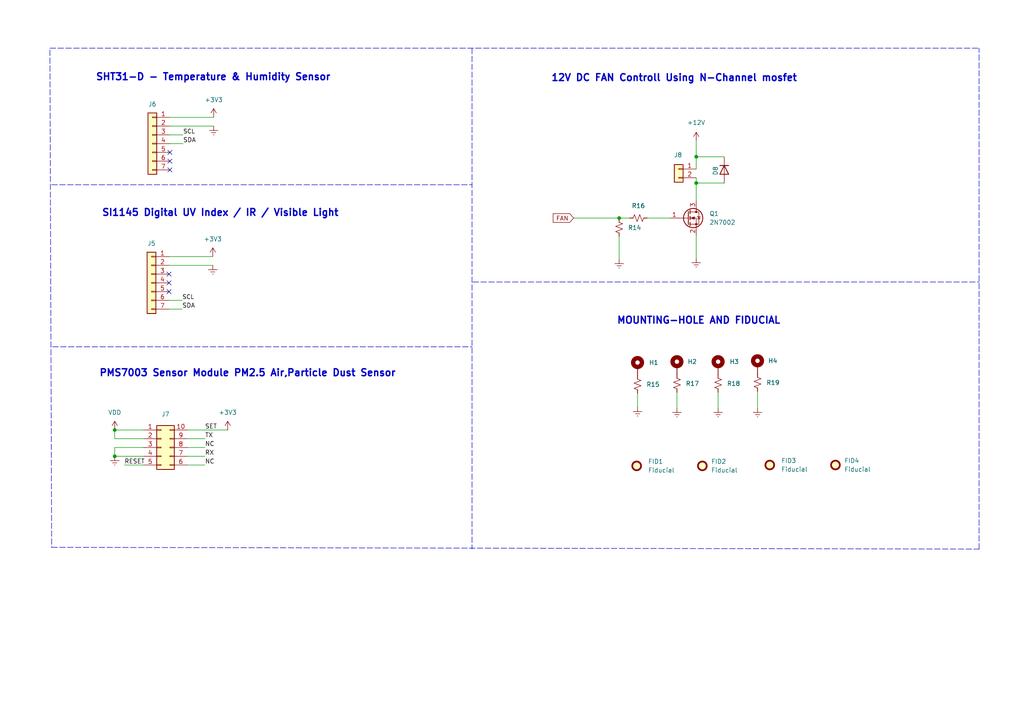
<source format=kicad_sch>
(kicad_sch (version 20210621) (generator eeschema)
  (paper "A4")
  (title_block (title "Sensor") (date "2022-08-23") (rev "V1.0"))
  (lib_symbols
    (symbol "Connector_Generic:Conn_01x02" (pin_names (offset 1.016) hide)
      (property "Reference" "J" (at 0 2.54 0))
      (property "Value" "Conn_01x02" (at 0 -5.08 0))
      (symbol "Conn_01x02_1_1"
        (rectangle (start -1.27 -2.413) (end 0 -2.667) (stroke (width 0.1524)))
        (rectangle (start -1.27 0.127) (end 0 -0.127) (stroke (width 0.1524)))
        (rectangle (start -1.27 1.27) (end 1.27 -3.81) (stroke (width 0.254)) (fill (type background)))
        (pin passive line (at -5.08 0 0) (length 3.81) (name "Pin_1") (number "1"))
        (pin passive line (at -5.08 -2.54 0) (length 3.81) (name "Pin_2") (number "2"))
      )
    )
    (symbol "Connector_Generic:Conn_01x07" (pin_names (offset 1.016) hide)
      (property "Reference" "J" (at 0 10.16 0))
      (property "Value" "Conn_01x07" (at 0 -10.16 0))
      (symbol "Conn_01x07_1_1"
        (rectangle (start -1.27 -7.493) (end 0 -7.747) (stroke (width 0.1524)))
        (rectangle (start -1.27 -4.953) (end 0 -5.207) (stroke (width 0.1524)))
        (rectangle (start -1.27 -2.413) (end 0 -2.667) (stroke (width 0.1524)))
        (rectangle (start -1.27 0.127) (end 0 -0.127) (stroke (width 0.1524)))
        (rectangle (start -1.27 2.667) (end 0 2.413) (stroke (width 0.1524)))
        (rectangle (start -1.27 5.207) (end 0 4.953) (stroke (width 0.1524)))
        (rectangle (start -1.27 7.747) (end 0 7.493) (stroke (width 0.1524)))
        (rectangle (start -1.27 8.89) (end 1.27 -8.89) (stroke (width 0.254)) (fill (type background)))
        (pin passive line (at -5.08 7.62 0) (length 3.81) (name "Pin_1") (number "1"))
        (pin passive line (at -5.08 5.08 0) (length 3.81) (name "Pin_2") (number "2"))
        (pin passive line (at -5.08 2.54 0) (length 3.81) (name "Pin_3") (number "3"))
        (pin passive line (at -5.08 0 0) (length 3.81) (name "Pin_4") (number "4"))
        (pin passive line (at -5.08 -2.54 0) (length 3.81) (name "Pin_5") (number "5"))
        (pin passive line (at -5.08 -5.08 0) (length 3.81) (name "Pin_6") (number "6"))
        (pin passive line (at -5.08 -7.62 0) (length 3.81) (name "Pin_7") (number "7"))
      )
    )
    (symbol "Connector_Generic:Conn_02x05_Counter_Clockwise" (pin_names (offset 1.016) hide)
      (property "Reference" "J" (at 1.27 7.62 0))
      (property "Value" "Conn_02x05_Counter_Clockwise" (at 1.27 -7.62 0))
      (symbol "Conn_02x05_Counter_Clockwise_1_1"
        (rectangle (start -1.27 -4.953) (end 0 -5.207) (stroke (width 0.1524)))
        (rectangle (start -1.27 -2.413) (end 0 -2.667) (stroke (width 0.1524)))
        (rectangle (start -1.27 0.127) (end 0 -0.127) (stroke (width 0.1524)))
        (rectangle (start -1.27 2.667) (end 0 2.413) (stroke (width 0.1524)))
        (rectangle (start -1.27 5.207) (end 0 4.953) (stroke (width 0.1524)))
        (rectangle (start -1.27 6.35) (end 3.81 -6.35) (stroke (width 0.254)) (fill (type background)))
        (rectangle (start 3.81 -4.953) (end 2.54 -5.207) (stroke (width 0.1524)))
        (rectangle (start 3.81 -2.413) (end 2.54 -2.667) (stroke (width 0.1524)))
        (rectangle (start 3.81 0.127) (end 2.54 -0.127) (stroke (width 0.1524)))
        (rectangle (start 3.81 2.667) (end 2.54 2.413) (stroke (width 0.1524)))
        (rectangle (start 3.81 5.207) (end 2.54 4.953) (stroke (width 0.1524)))
        (pin passive line (at -5.08 5.08 0) (length 3.81) (name "Pin_1") (number "1"))
        (pin passive line (at 7.62 5.08 180) (length 3.81) (name "Pin_10") (number "10"))
        (pin passive line (at -5.08 2.54 0) (length 3.81) (name "Pin_2") (number "2"))
        (pin passive line (at -5.08 0 0) (length 3.81) (name "Pin_3") (number "3"))
        (pin passive line (at -5.08 -2.54 0) (length 3.81) (name "Pin_4") (number "4"))
        (pin passive line (at -5.08 -5.08 0) (length 3.81) (name "Pin_5") (number "5"))
        (pin passive line (at 7.62 -5.08 180) (length 3.81) (name "Pin_6") (number "6"))
        (pin passive line (at 7.62 -2.54 180) (length 3.81) (name "Pin_7") (number "7"))
        (pin passive line (at 7.62 0 180) (length 3.81) (name "Pin_8") (number "8"))
        (pin passive line (at 7.62 2.54 180) (length 3.81) (name "Pin_9") (number "9"))
      )
    )
    (symbol "Device:R_Small_US" (pin_numbers hide) (pin_names (offset 0.254) hide)
      (property "Reference" "R" (at 0.762 0.508 0))
      (property "Value" "R_Small_US" (at 0.762 -1.016 0))
      (symbol "R_Small_US_1_1"
        (polyline (pts (xy 0 0) (xy 1.016 -0.381) (xy 0 -0.762) (xy -1.016 -1.143) (xy 0 -1.524)))
        (polyline (pts (xy 0 1.524) (xy 1.016 1.143) (xy 0 0.762) (xy -1.016 0.381) (xy 0 0)))
        (pin passive line (at 0 2.54 270) (length 1.016) (name "~") (number "1"))
        (pin passive line (at 0 -2.54 90) (length 1.016) (name "~") (number "2"))
      )
    )
    (symbol "Mechanical:Fiducial"
      (property "Reference" "FID" (at 0 5.08 0))
      (property "Value" "Fiducial" (at 0 3.175 0))
      (symbol "Fiducial_0_1"
        (circle (center 0 0) (radius 1.27) (stroke (width 0.508)) (fill (type background)))
      )
    )
    (symbol "Mechanical:MountingHole_Pad" (pin_numbers hide) (pin_names (offset 1.016) hide)
      (property "Reference" "H" (at 0 6.35 0))
      (property "Value" "MountingHole_Pad" (at 0 4.445 0))
      (symbol "MountingHole_Pad_0_1"
        (circle (center 0 1.27) (radius 1.27) (stroke (width 1.27)))
      )
      (symbol "MountingHole_Pad_1_1"
        (pin input line (at 0 -2.54 90) (length 2.54) (name "1") (number "1"))
      )
    )
    (symbol "Simulation_SPICE:DIODE" (pin_numbers hide) (pin_names (offset 1.016) hide)
      (property "Reference" "D" (at 0 2.54 0))
      (property "Value" "DIODE" (at 0 -2.54 0))
      (symbol "DIODE_0_1"
        (polyline (pts (xy 1.27 0) (xy -1.27 0)))
        (polyline (pts (xy 1.27 1.27) (xy 1.27 -1.27)) (stroke (width 0.254)))
        (polyline (pts (xy -1.27 -1.27) (xy -1.27 1.27) (xy 1.27 0) (xy -1.27 -1.27)) (stroke (width 0.254)))
      )
      (symbol "DIODE_1_1"
        (pin passive line (at -3.81 0 0) (length 2.54) (name "A") (number "1"))
        (pin passive line (at 3.81 0 180) (length 2.54) (name "K") (number "2"))
      )
    )
    (symbol "Transistor_FET:2N7002" (pin_names hide)
      (property "Reference" "Q" (at 5.08 1.905 0))
      (property "Value" "2N7002" (at 5.08 0 0))
      (symbol "2N7002_0_1"
        (polyline (pts (xy 0.254 0) (xy -2.54 0)))
        (polyline (pts (xy 0.254 1.905) (xy 0.254 -1.905)) (stroke (width 0.254)))
        (polyline (pts (xy 0.762 -1.27) (xy 0.762 -2.286)) (stroke (width 0.254)))
        (polyline (pts (xy 0.762 0.508) (xy 0.762 -0.508)) (stroke (width 0.254)))
        (polyline (pts (xy 0.762 2.286) (xy 0.762 1.27)) (stroke (width 0.254)))
        (polyline (pts (xy 2.54 2.54) (xy 2.54 1.778)))
        (polyline (pts (xy 2.54 -2.54) (xy 2.54 0) (xy 0.762 0)))
        (polyline (pts (xy 0.762 -1.778) (xy 3.302 -1.778) (xy 3.302 1.778) (xy 0.762 1.778)))
        (polyline (pts (xy 1.016 0) (xy 2.032 0.381) (xy 2.032 -0.381) (xy 1.016 0)) (fill (type outline)))
        (polyline (pts (xy 2.794 0.508) (xy 2.921 0.381) (xy 3.683 0.381) (xy 3.81 0.254)))
        (polyline (pts (xy 3.302 0.381) (xy 2.921 -0.254) (xy 3.683 -0.254) (xy 3.302 0.381)))
        (circle (center 1.651 0) (radius 2.794) (stroke (width 0.254)))
        (circle (center 2.54 -1.778) (radius 0.254) (fill (type outline)))
        (circle (center 2.54 1.778) (radius 0.254) (fill (type outline)))
      )
      (symbol "2N7002_1_1"
        (pin input line (at -5.08 0 0) (length 2.54) (name "G") (number "1"))
        (pin passive line (at 2.54 -5.08 90) (length 2.54) (name "S") (number "2"))
        (pin passive line (at 2.54 5.08 270) (length 2.54) (name "D") (number "3"))
      )
    )
    (symbol "power:+12V" (power) (pin_names (offset 0))
      (property "Value" "+12V" (at 0 3.556 0))
      (symbol "+12V_0_1"
        (polyline (pts (xy -0.762 1.27) (xy 0 2.54)))
        (polyline (pts (xy 0 0) (xy 0 2.54)))
        (polyline (pts (xy 0 2.54) (xy 0.762 1.27)))
      )
      (symbol "+12V_1_1"
        (pin power_in line (at 0 0 90) (length 0) hide (name "+12V") (number "1"))
      )
    )
    (symbol "power:+3.3V" (power) (pin_names (offset 0))
      (property "Value" "+3.3V" (at 0 3.556 0))
      (symbol "+3.3V_0_1"
        (polyline (pts (xy -0.762 1.27) (xy 0 2.54)))
        (polyline (pts (xy 0 0) (xy 0 2.54)))
        (polyline (pts (xy 0 2.54) (xy 0.762 1.27)))
      )
      (symbol "+3.3V_1_1"
        (pin power_in line (at 0 0 90) (length 0) hide (name "+3V3") (number "1"))
      )
    )
    (symbol "power:Earth" (power) (pin_names (offset 0))
      (symbol "Earth_0_1"
        (polyline (pts (xy -0.635 -1.905) (xy 0.635 -1.905)))
        (polyline (pts (xy -0.127 -2.54) (xy 0.127 -2.54)))
        (polyline (pts (xy 0 -1.27) (xy 0 0)))
        (polyline (pts (xy 1.27 -1.27) (xy -1.27 -1.27)))
      )
      (symbol "Earth_1_1"
        (pin power_in line (at 0 0 270) (length 0) hide (name "Earth") (number "1"))
      )
    )
    (symbol "power:VDD" (power) (pin_names (offset 0))
      (property "Value" "VDD" (at 0 3.81 0))
      (symbol "VDD_0_1"
        (polyline (pts (xy -0.762 1.27) (xy 0 2.54)))
        (polyline (pts (xy 0 0) (xy 0 2.54)))
        (polyline (pts (xy 0 2.54) (xy 0.762 1.27)))
      )
      (symbol "VDD_1_1"
        (pin power_in line (at 0 0 90) (length 0) hide (name "VDD") (number "1"))
      )
    )
  )
  (junction (at 201.93 53.086))
  (junction (at 33.274 132.334))
  (junction (at 33.274 124.714))
  (junction (at 201.93 45.466))
  (junction (at 179.578 63.246))
  (no_connect (at 49.022 84.582))
  (no_connect (at 49.022 79.502))
  (no_connect (at 49.022 82.042))
  (no_connect (at 49.276 44.196))
  (no_connect (at 49.276 46.736))
  (no_connect (at 49.276 49.276))
  (wire (pts (xy 201.93 74.93) (xy 201.93 68.326)))
  (wire (pts (xy 33.274 129.794) (xy 41.656 129.794)))
  (wire (pts (xy 33.274 132.334) (xy 41.656 132.334)))
  (polyline (pts (xy 137.16 81.788) (xy 283.972 81.788)))
  (wire (pts (xy 33.274 129.794) (xy 33.274 132.334)))
  (wire (pts (xy 49.276 34.036) (xy 61.976 34.036)))
  (wire (pts (xy 33.274 124.714) (xy 41.656 124.714)))
  (polyline (pts (xy 136.906 13.97) (xy 136.906 159.258)))
  (wire (pts (xy 59.436 127.254) (xy 54.356 127.254)))
  (wire (pts (xy 53.086 39.116) (xy 49.276 39.116)))
  (wire (pts (xy 61.722 76.962) (xy 49.022 76.962)))
  (polyline (pts (xy 14.478 14.478) (xy 14.986 158.75)))
  (polyline (pts (xy 14.986 158.75) (xy 283.972 159.258)))
  (polyline (pts (xy 283.972 159.258) (xy 283.972 13.97)))
  (polyline (pts (xy 14.478 13.97) (xy 283.972 13.97)))
  (wire (pts (xy 52.832 89.662) (xy 49.022 89.662)))
  (wire (pts (xy 201.93 49.022) (xy 201.93 45.466)))
  (wire (pts (xy 201.93 45.466) (xy 201.93 40.894)))
  (wire (pts (xy 59.436 132.334) (xy 54.356 132.334)))
  (wire (pts (xy 208.28 118.364) (xy 208.28 113.792)))
  (wire (pts (xy 210.058 53.086) (xy 201.93 53.086)))
  (wire (pts (xy 53.086 41.656) (xy 49.276 41.656)))
  (wire (pts (xy 219.71 118.364) (xy 219.71 113.538)))
  (wire (pts (xy 179.578 75.184) (xy 179.578 68.58)))
  (wire (pts (xy 54.356 124.714) (xy 66.04 124.714)))
  (wire (pts (xy 36.068 134.874) (xy 41.656 134.874)))
  (wire (pts (xy 59.436 129.794) (xy 54.356 129.794)))
  (wire (pts (xy 182.626 63.246) (xy 179.578 63.246)))
  (wire (pts (xy 179.578 63.246) (xy 179.578 63.5)))
  (wire (pts (xy 61.976 36.576) (xy 49.276 36.576)))
  (wire (pts (xy 49.022 74.422) (xy 61.722 74.422)))
  (polyline (pts (xy 15.24 100.584) (xy 136.906 100.584)))
  (wire (pts (xy 201.93 53.086) (xy 201.93 58.166)))
  (wire (pts (xy 201.93 51.562) (xy 201.93 53.086)))
  (wire (pts (xy 184.912 118.11) (xy 184.912 114.046)))
  (wire (pts (xy 52.832 87.122) (xy 49.022 87.122)))
  (wire (pts (xy 33.274 124.714) (xy 33.274 127.254)))
  (wire (pts (xy 179.578 63.246) (xy 166.37 63.246)))
  (polyline (pts (xy 14.986 53.594) (xy 136.906 53.594)))
  (wire (pts (xy 196.342 118.364) (xy 196.342 113.792)))
  (wire (pts (xy 59.436 134.874) (xy 54.356 134.874)))
  (wire (pts (xy 187.706 63.246) (xy 194.31 63.246)))
  (wire (pts (xy 210.058 45.466) (xy 201.93 45.466)))
  (wire (pts (xy 33.274 127.254) (xy 41.656 127.254)))
  (text "PMS7003 Sensor Module PM2.5 Air,Particle Dust Sensor" (at 28.702 109.474 0) (effects (font (size 2 2) bold) (justify left bottom)))
  (text "SHT31-D - Temperature & Humidity Sensor" (at 27.686 23.622 0) (effects (font (size 2 2) (thickness 0.4) bold) (justify left bottom)))
  (text "MOUNTING-HOLE AND FIDUCIAL" (at 178.816 94.234 0) (effects (font (size 2 2) bold) (justify left bottom)))
  (text "SI1145 Digital UV Index / IR / Visible Light" (at 29.464 62.992 0) (effects (font (size 2 2) bold) (justify left bottom)))
  (text "12V DC FAN Controll Using N-Channel mosfet" (at 159.766 23.876 0) (effects (font (size 2 2) (thickness 0.4) bold) (justify left bottom)))
  (label "SDA" (at 52.832 89.662 0))
  (label "NC" (at 59.436 129.794 0))
  (label "SDA" (at 53.086 41.656 0))
  (label "RX" (at 59.436 132.334 0))
  (label "RESET" (at 36.068 134.874 0))
  (label "TX" (at 59.436 127.254 0))
  (label "NC" (at 59.436 134.874 0))
  (label "SET" (at 59.436 124.714 0))
  (label "SCL" (at 53.086 39.116 0) (effects (font (size 1.2 1.2))))
  (label "SCL" (at 52.832 87.122 0) (effects (font (size 1.2 1.2))))
  (global_label "FAN" (shape input) (at 166.37 63.246 180) (property "Intersheet References" "${INTERSHEET_REFS}" (effects hide)))
  (symbol (lib_id "power:Earth") (at 208.28 118.364 0) (unit 1)
    (property "Reference" "#PWR069" (effects hide))
    (property "Value" "Earth" (effects hide))
  )
  (symbol (lib_id "power:+3.3V") (at 66.04 124.714 0) (unit 1)
    (property "Reference" "#PWR063" (effects hide))
    (property "Value" "+3.3V" (at 66.04 119.634 0))
  )
  (symbol (lib_id "Mechanical:Fiducial") (at 184.658 135.128 0) (unit 1)
    (property "Reference" "FID1" (at 187.96 133.8579 0) (effects (justify left)))
    (property "Value" "Fiducial" (at 187.96 136.3979 0) (effects (justify left)))
    (property "Footprint" "Fiducial:Fiducial_0.5mm_Mask1.5mm" (effects hide))
  )
  (symbol (lib_id "Connector_Generic:Conn_01x07") (at 44.196 41.656 0) (mirror y) (unit 1)
    (property "Reference" "J6" (at 44.196 30.226 0))
    (property "Value" "Conn_01x07" (effects hide))
    (property "Footprint" "Connector_PinHeader_2.54mm:PinHeader_1x07_P2.54mm_Vertical" (effects hide))
  )
  (symbol (lib_id "power:Earth") (at 201.93 74.93 0) (unit 1)
    (property "Reference" "#PWR068" (effects hide))
    (property "Value" "Earth" (effects hide))
  )
  (symbol (lib_id "Mechanical:MountingHole_Pad") (at 196.342 106.172 0) (unit 1)
    (property "Reference" "H2" (at 199.39 104.9019 0) (effects (justify left)))
    (property "Value" "MountingHole_Pad" (effects hide))
    (property "Footprint" "MountingHole:MountingHole_2.7mm_M2.5_Pad_Via" (effects hide))
  )
  (symbol (lib_id "power:+3.3V") (at 61.722 74.422 0) (unit 1)
    (property "Reference" "#PWR059" (effects hide))
    (property "Value" "+3.3V" (at 61.722 69.342 0))
  )
  (symbol (lib_id "Simulation_SPICE:DIODE") (at 210.058 49.276 90) (unit 1)
    (property "Reference" "D8" (at 207.518 49.53 0))
    (property "Value" "SS34" (effects hide))
    (property "Footprint" "Diode_SMD:D_SMA" (effects hide))
    (property "Spice_Netlist_Enabled" "Y" (effects hide))
    (property "Spice_Primitive" "D" (effects hide))
  )
  (symbol (lib_id "power:Earth") (at 61.722 76.962 0) (unit 1)
    (property "Reference" "#PWR060" (effects hide))
    (property "Value" "Earth" (effects hide))
  )
  (symbol (lib_id "power:VDD") (at 33.274 124.714 0) (unit 1)
    (property "Reference" "#PWR057" (effects hide))
    (property "Value" "VDD" (at 33.274 119.634 0))
  )
  (symbol (lib_id "power:Earth") (at 61.976 36.576 0) (unit 1)
    (property "Reference" "#PWR062" (effects hide))
    (property "Value" "Earth" (effects hide))
  )
  (symbol (lib_id "Connector_Generic:Conn_01x07") (at 43.942 82.042 0) (mirror y) (unit 1)
    (property "Reference" "J5" (at 43.942 70.612 0))
    (property "Value" "Conn_01x07" (effects hide))
    (property "Footprint" "Connector_PinHeader_2.54mm:PinHeader_1x07_P2.54mm_Vertical" (effects hide))
  )
  (symbol (lib_id "power:Earth") (at 219.71 118.364 0) (unit 1)
    (property "Reference" "#PWR070" (effects hide))
    (property "Value" "Earth" (effects hide))
  )
  (symbol (lib_id "Device:R_Small_US") (at 185.166 63.246 90) (unit 1)
    (property "Reference" "R16" (at 185.166 59.69 90))
    (property "Value" "150R" (effects hide))
    (property "Footprint" "Resistor_SMD:R_0805_2012Metric_Pad1.20x1.40mm_HandSolder" (effects hide))
  )
  (symbol (lib_id "power:Earth") (at 196.342 118.364 0) (unit 1)
    (property "Reference" "#PWR066" (effects hide))
    (property "Value" "Earth" (effects hide))
  )
  (symbol (lib_id "Device:R_Small_US") (at 196.342 111.252 180) (unit 1)
    (property "Reference" "R17" (at 198.882 111.2519 0) (effects (justify right)))
    (property "Value" "150R" (effects hide))
    (property "Footprint" "Resistor_SMD:R_0805_2012Metric_Pad1.20x1.40mm_HandSolder" (effects hide))
  )
  (symbol (lib_id "Device:R_Small_US") (at 208.28 111.252 180) (unit 1)
    (property "Reference" "R18" (at 210.82 111.2519 0) (effects (justify right)))
    (property "Value" "150R" (effects hide))
    (property "Footprint" "Resistor_SMD:R_0805_2012Metric_Pad1.20x1.40mm_HandSolder" (effects hide))
  )
  (symbol (lib_id "power:+3.3V") (at 61.976 34.036 0) (unit 1)
    (property "Reference" "#PWR061" (effects hide))
    (property "Value" "+3.3V" (at 61.976 28.956 0))
  )
  (symbol (lib_id "Device:R_Small_US") (at 184.912 111.506 180) (unit 1)
    (property "Reference" "R15" (at 187.452 111.5059 0) (effects (justify right)))
    (property "Value" "150R" (effects hide))
    (property "Footprint" "Resistor_SMD:R_0805_2012Metric_Pad1.20x1.40mm_HandSolder" (effects hide))
  )
  (symbol (lib_id "Mechanical:MountingHole_Pad") (at 184.912 106.426 0) (unit 1)
    (property "Reference" "H1" (at 188.214 105.1559 0) (effects (justify left)))
    (property "Value" "MountingHole_Pad" (effects hide))
    (property "Footprint" "MountingHole:MountingHole_2.7mm_M2.5_Pad_Via" (effects hide))
  )
  (symbol (lib_id "power:Earth") (at 33.274 132.334 0) (unit 1)
    (property "Reference" "#PWR058" (effects hide))
    (property "Value" "Earth" (effects hide))
  )
  (symbol (lib_id "Device:R_Small_US") (at 179.578 66.04 180) (unit 1)
    (property "Reference" "R14" (at 182.118 66.0399 0) (effects (justify right)))
    (property "Value" "150R" (effects hide))
    (property "Footprint" "Resistor_SMD:R_0805_2012Metric_Pad1.20x1.40mm_HandSolder" (effects hide))
  )
  (symbol (lib_id "Mechanical:Fiducial") (at 223.266 134.874 0) (unit 1)
    (property "Reference" "FID3" (at 226.568 133.6039 0) (effects (justify left)))
    (property "Value" "Fiducial" (at 226.568 136.1439 0) (effects (justify left)))
    (property "Footprint" "Fiducial:Fiducial_0.5mm_Mask1.5mm" (effects hide))
  )
  (symbol (lib_id "power:+12V") (at 201.93 40.894 0) (unit 1)
    (property "Reference" "#PWR067" (effects hide))
    (property "Value" "+12V" (at 201.93 35.56 0))
  )
  (symbol (lib_id "Mechanical:Fiducial") (at 203.708 135.128 0) (unit 1)
    (property "Reference" "FID2" (at 206.248 133.8579 0) (effects (justify left)))
    (property "Value" "Fiducial" (at 206.248 136.3979 0) (effects (justify left)))
    (property "Footprint" "Fiducial:Fiducial_0.5mm_Mask1.5mm" (effects hide))
  )
  (symbol (lib_id "Connector_Generic:Conn_01x02") (at 196.85 49.022 0) (mirror y) (unit 1)
    (property "Reference" "J8" (at 197.866 44.958 0) (effects (justify left)))
    (property "Value" "Conn_01x02" (effects hide))
    (property "Footprint" "Connector_JST:JST_XA_B02B-XASK-1_1x02_P2.50mm_Vertical" (effects hide))
  )
  (symbol (lib_id "Connector_Generic:Conn_02x05_Counter_Clockwise") (at 46.736 129.794 0) (unit 1)
    (property "Reference" "J7" (at 48.006 120.142 0))
    (property "Value" "Conn_02x05_Counter_Clockwise" (effects hide))
    (property "Footprint" "Connector_PinHeader_2.54mm:PinHeader_2x05_P2.54mm_Vertical" (effects hide))
  )
  (symbol (lib_id "Transistor_FET:2N7002") (at 199.39 63.246 0) (unit 1)
    (property "Reference" "Q1" (at 205.74 61.9759 0) (effects (justify left)))
    (property "Value" "2N7002" (at 205.74 64.5159 0) (effects (justify left)))
    (property "Footprint" "Package_TO_SOT_SMD:SOT-23" (effects hide))
    (property "Datasheet" "https://www.onsemi.com/pub/Collateral/NDS7002A-D.PDF" (effects hide))
  )
  (symbol (lib_id "power:Earth") (at 179.578 75.184 0) (unit 1)
    (property "Reference" "#PWR064" (effects hide))
    (property "Value" "Earth" (effects hide))
  )
  (symbol (lib_id "Mechanical:MountingHole_Pad") (at 208.28 106.172 0) (unit 1)
    (property "Reference" "H3" (at 211.582 104.9019 0) (effects (justify left)))
    (property "Value" "MountingHole_Pad" (effects hide))
    (property "Footprint" "MountingHole:MountingHole_2.7mm_M2.5_Pad_Via" (effects hide))
  )
  (symbol (lib_id "Mechanical:Fiducial") (at 242.316 134.874 0) (unit 1)
    (property "Reference" "FID4" (at 244.856 133.6039 0) (effects (justify left)))
    (property "Value" "Fiducial" (at 244.856 136.1439 0) (effects (justify left)))
    (property "Footprint" "Fiducial:Fiducial_0.5mm_Mask1.5mm" (effects hide))
  )
  (symbol (lib_id "Mechanical:MountingHole_Pad") (at 219.71 105.918 0) (unit 1)
    (property "Reference" "H4" (at 222.758 104.6479 0) (effects (justify left)))
    (property "Value" "MountingHole_Pad" (effects hide))
    (property "Footprint" "MountingHole:MountingHole_2.7mm_M2.5_Pad_Via" (effects hide))
  )
  (symbol (lib_id "power:Earth") (at 184.912 118.11 0) (unit 1)
    (property "Reference" "#PWR065" (effects hide))
    (property "Value" "Earth" (effects hide))
  )
  (symbol (lib_id "Device:R_Small_US") (at 219.71 110.998 180) (unit 1)
    (property "Reference" "R19" (at 222.25 110.9979 0) (effects (justify right)))
    (property "Value" "150R" (effects hide))
    (property "Footprint" "Resistor_SMD:R_0805_2012Metric_Pad1.20x1.40mm_HandSolder" (effects hide))
  )
)
</source>
